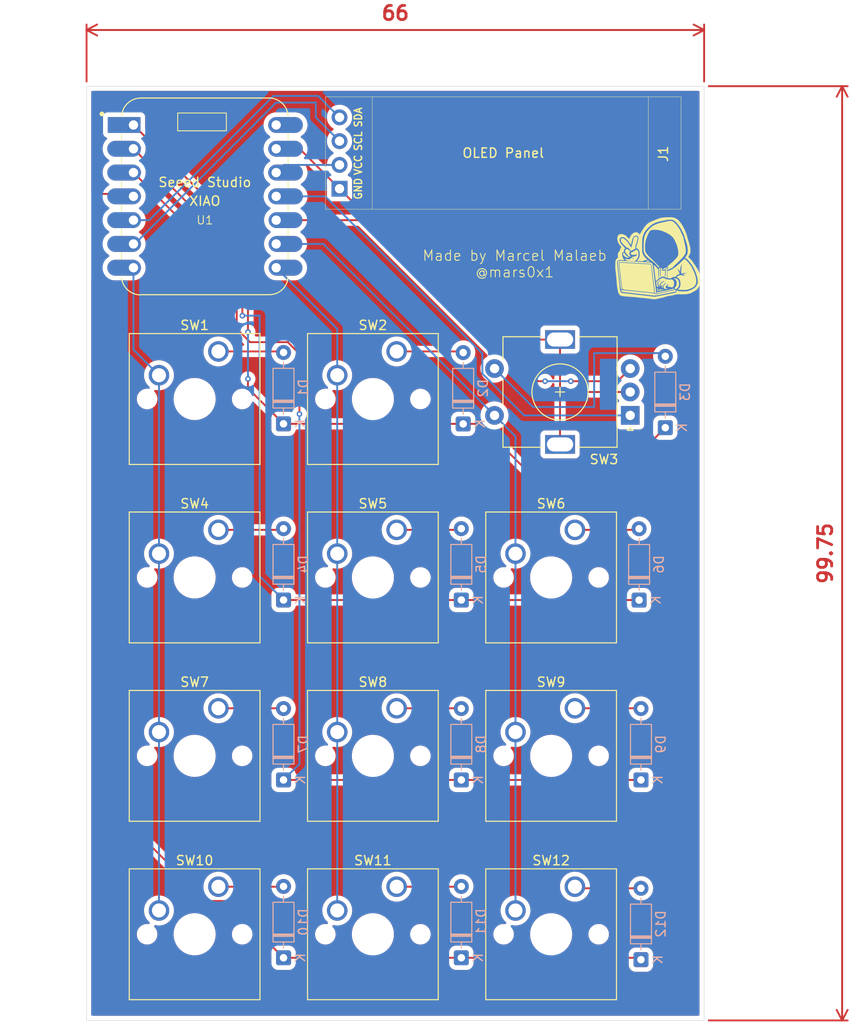
<source format=kicad_pcb>
(kicad_pcb (version 20241229) (generator "pcbnew") (generator_version "9.0")
  (layers (0 "F.Cu" signal) (2 "B.Cu" signal) (13 "F.Paste" user) (15 "B.Paste" user) (5 "F.SilkS" user "F.Silkscreen") (7 "B.SilkS" user "B.Silkscreen") (1 "F.Mask" user) (3 "B.Mask" user) (25 "Edge.Cuts" user))
  (net 0 "")
  (net 1 "Row 2")
  (net 2 "Row 3")
  (net 3 "Row 1")
  (net 4 "Row 0")
  (net 5 "VCC_3.3")
  (net 6 "Column 0")
  (net 7 "Column 1")
  (net 8 "Column 2")
  (net 9 "ENC A")
  (net 10 "ENC B")
  (net 11 "SCL")
  (net 12 "SDA")
  (net 14 "Net-(D1-A)")
  (net 15 "Net-(D2-A)")
  (net 16 "Net-(D3-A)")
  (net 17 "Net-(D4-A)")
  (net 18 "Net-(D5-A)")
  (net 19 "Net-(D6-A)")
  (net 20 "Net-(D7-A)")
  (net 21 "Net-(D8-A)")
  (net 22 "Net-(D9-A)")
  (net 23 "Net-(D10-A)")
  (net 24 "Net-(D11-A)")
  (net 25 "Net-(D12-A)")
  (net 26 "GND")
  (footprint "Button_Switch_Keyboard:SW_Cherry_MX_1.00u_PCB1" (layer "F.Cu") (at 154.94 90.17)
    (property "Reference" "SW9" (at -2.54 -2.794 0) (layer "F.SilkS"))
    (property "Value" "keyswitch")
    (pad "" np_thru_hole circle (at -7.62 5.08) (size 1.7 1.7) (drill 1.7) (layers "*.Cu" "*.Mask"))
    (pad "" np_thru_hole circle (at -2.54 5.08) (size 4 4) (drill 4) (layers "*.Cu" "*.Mask"))
    (pad "" np_thru_hole circle (at 2.54 5.08) (size 1.7 1.7) (drill 1.7) (layers "*.Cu" "*.Mask"))
    (pad "1" thru_hole circle (at -6.35 2.54) (size 2.2 2.2) (drill 1.5) (layers "*.Cu" "*.Mask") (net 8 "Column 2"))
    (pad "2" thru_hole circle (at 0 0) (size 2.2 2.2) (drill 1.5) (layers "*.Cu" "*.Mask") (net 22 "Net-(D9-A)"))
  )
  (footprint "Button_Switch_Keyboard:SW_Cherry_MX_1.00u_PCB1" (layer "F.Cu") (at 116.84 52.07)
    (property "Reference" "SW1" (at -2.54 -2.794 0) (layer "F.SilkS"))
    (property "Value" "keyswitch")
    (pad "" np_thru_hole circle (at -7.62 5.08) (size 1.7 1.7) (drill 1.7) (layers "*.Cu" "*.Mask"))
    (pad "" np_thru_hole circle (at -2.54 5.08) (size 4 4) (drill 4) (layers "*.Cu" "*.Mask"))
    (pad "" np_thru_hole circle (at 2.54 5.08) (size 1.7 1.7) (drill 1.7) (layers "*.Cu" "*.Mask"))
    (pad "1" thru_hole circle (at -6.35 2.54) (size 2.2 2.2) (drill 1.5) (layers "*.Cu" "*.Mask") (net 6 "Column 0"))
    (pad "2" thru_hole circle (at 0 0) (size 2.2 2.2) (drill 1.5) (layers "*.Cu" "*.Mask") (net 14 "Net-(D1-A)"))
  )
  (footprint "Button_Switch_Keyboard:SW_Cherry_MX_1.00u_PCB1" (layer "F.Cu") (at 116.84 71.12)
    (property "Reference" "SW4" (at -2.54 -2.794 0) (layer "F.SilkS"))
    (property "Value" "keyswitch")
    (pad "" np_thru_hole circle (at -7.62 5.08) (size 1.7 1.7) (drill 1.7) (layers "*.Cu" "*.Mask"))
    (pad "" np_thru_hole circle (at -2.54 5.08) (size 4 4) (drill 4) (layers "*.Cu" "*.Mask"))
    (pad "" np_thru_hole circle (at 2.54 5.08) (size 1.7 1.7) (drill 1.7) (layers "*.Cu" "*.Mask"))
    (pad "1" thru_hole circle (at -6.35 2.54) (size 2.2 2.2) (drill 1.5) (layers "*.Cu" "*.Mask") (net 6 "Column 0"))
    (pad "2" thru_hole circle (at 0 0) (size 2.2 2.2) (drill 1.5) (layers "*.Cu" "*.Mask") (net 17 "Net-(D4-A)"))
  )
  (footprint "Button_Switch_Keyboard:SW_Cherry_MX_1.00u_PCB1" (layer "F.Cu") (at 135.89 90.17)
    (property "Reference" "SW8" (at -2.54 -2.794 0) (layer "F.SilkS"))
    (property "Value" "keyswitch")
    (pad "" np_thru_hole circle (at -7.62 5.08) (size 1.7 1.7) (drill 1.7) (layers "*.Cu" "*.Mask"))
    (pad "" np_thru_hole circle (at -2.54 5.08) (size 4 4) (drill 4) (layers "*.Cu" "*.Mask"))
    (pad "" np_thru_hole circle (at 2.54 5.08) (size 1.7 1.7) (drill 1.7) (layers "*.Cu" "*.Mask"))
    (pad "1" thru_hole circle (at -6.35 2.54) (size 2.2 2.2) (drill 1.5) (layers "*.Cu" "*.Mask") (net 7 "Column 1"))
    (pad "2" thru_hole circle (at 0 0) (size 2.2 2.2) (drill 1.5) (layers "*.Cu" "*.Mask") (net 21 "Net-(D8-A)"))
  )
  (footprint "Button_Switch_Keyboard:SW_Cherry_MX_1.00u_PCB1" (layer "F.Cu") (at 116.84 109.22)
    (property "Reference" "SW10" (at -2.54 -2.794 0) (layer "F.SilkS"))
    (property "Value" "keyswitch")
    (pad "" np_thru_hole circle (at -7.62 5.08) (size 1.7 1.7) (drill 1.7) (layers "*.Cu" "*.Mask"))
    (pad "" np_thru_hole circle (at -2.54 5.08) (size 4 4) (drill 4) (layers "*.Cu" "*.Mask"))
    (pad "" np_thru_hole circle (at 2.54 5.08) (size 1.7 1.7) (drill 1.7) (layers "*.Cu" "*.Mask"))
    (pad "1" thru_hole circle (at -6.35 2.54) (size 2.2 2.2) (drill 1.5) (layers "*.Cu" "*.Mask") (net 6 "Column 0"))
    (pad "2" thru_hole circle (at 0 0) (size 2.2 2.2) (drill 1.5) (layers "*.Cu" "*.Mask") (net 23 "Net-(D10-A)"))
  )
  (footprint "footprints:XIAO-Generic-Hybrid-14P-2.54-21X17.8MM" (layer "F.Cu") (at 115.3895 35.512015)
    (property "Reference" "U1" (at 0 2.54 0) (layer "F.SilkS") (effects (font (size 0.889 0.889) (thickness 0.1016))))
    (property "Value" "MOUDLE-SEEEDUINO-XIAO" (hide yes))
    (fp_text user "Seeed Studio" (at 0 -1.5 0) (layer "F.SilkS"))
    (fp_text user "XIAO" (at 0 0.5 0) (layer "F.SilkS"))
    (pad "1" thru_hole rect (at -7.625 -7.62) (size 3.5 1.7) (drill 1 (offset -1 0)) (layers "*.Cu" "*.Mask") (net 4 "Row 0"))
    (pad "2" thru_hole oval (at -7.625 -5.08) (size 3.6 1.7) (drill 1 (offset -1 0)) (layers "*.Cu" "*.Mask") (net 3 "Row 1"))
    (pad "3" thru_hole oval (at -7.625 -2.54) (size 3.6 1.7) (drill 1 (offset -1 0)) (layers "*.Cu" "*.Mask") (net 1 "Row 2"))
    (pad "4" thru_hole oval (at -7.625 0) (size 3.6 1.7) (drill 1 (offset -1 0)) (layers "*.Cu" "*.Mask") (net 2 "Row 3"))
    (pad "5" thru_hole oval (at -7.625 2.54) (size 3.6 1.7) (drill 1 (offset -1 0)) (layers "*.Cu" "*.Mask") (net 12 "SDA"))
    (pad "6" thru_hole oval (at -7.625 5.08 180) (size 3.6 1.7) (drill 1 (offset 1 0)) (layers "*.Cu" "*.Mask") (net 11 "SCL"))
    (pad "7" thru_hole oval (at -7.625 7.62) (size 3.6 1.7) (drill 1 (offset -1 0)) (layers "*.Cu" "*.Mask") (net 6 "Column 0"))
    (pad "8" thru_hole oval (at 7.625 7.62) (size 3.6 1.7) (drill 1 (offset 1 0)) (layers "*.Cu" "*.Mask") (net 7 "Column 1"))
    (pad "9" thru_hole oval (at 7.625 5.08) (size 3.6 1.7) (drill 1 (offset 1 0)) (layers "*.Cu" "*.Mask") (net 8 "Column 2"))
    (pad "10" thru_hole oval (at 7.625 2.54) (size 3.6 1.7) (drill 1 (offset 1 0)) (layers "*.Cu" "*.Mask") (net 10 "ENC B"))
    (pad "11" thru_hole oval (at 7.625 0) (size 3.7 1.7) (drill 1 (offset 1 0)) (layers "*.Cu" "*.Mask") (net 9 "ENC A"))
    (pad "12" thru_hole oval (at 7.625 -2.54) (size 3.7 1.7) (drill 1 (offset 1 0)) (layers "*.Cu" "*.Mask") (net 5 "VCC_3.3"))
    (pad "13" thru_hole oval (at 7.625 -5.08) (size 3.7 1.7) (drill 1 (offset 1 0)) (layers "*.Cu" "*.Mask") (net 26 "GND"))
    (pad "14" thru_hole oval (at 7.625 -7.62) (size 3.7 1.7) (drill 1 (offset 1 0)) (layers "*.Cu" "*.Mask"))
  )
  (footprint "Rotary_Encoder:RotaryEncoder_Alps_EC11E-Switch_Vertical_H20mm" (layer "F.Cu") (at 160.85 58.9 180)
    (property "Reference" "SW3" (at 2.8 -4.7 0) (layer "F.SilkS"))
    (property "Value" "RotaryEncoder_Switch")
    (pad "A" thru_hole rect (at 0 0 180) (size 2 2) (drill 1) (layers "*.Cu" "*.Mask") (net 9 "ENC A"))
    (pad "B" thru_hole circle (at 0 5 180) (size 2 2) (drill 1) (layers "*.Cu" "*.Mask") (net 10 "ENC B"))
    (pad "C" thru_hole circle (at 0 2.5 180) (size 2 2) (drill 1) (layers "*.Cu" "*.Mask") (net 26 "GND"))
    (pad "MP" thru_hole rect (at 7.5 -3.1 180) (size 3.2 2) (drill oval 2.8 1.5) (layers "*.Cu" "*.Mask") (net 26 "GND"))
    (pad "MP" thru_hole rect (at 7.5 8.1 180) (size 3.2 2) (drill oval 2.8 1.5) (layers "*.Cu" "*.Mask") (net 26 "GND"))
    (pad "S1" thru_hole circle (at 14.5 5 180) (size 2 2) (drill 1) (layers "*.Cu" "*.Mask") (net 16 "Net-(D3-A)"))
    (pad "S2" thru_hole circle (at 14.5 0 180) (size 2 2) (drill 1) (layers "*.Cu" "*.Mask") (net 8 "Column 2"))
  )
  (footprint "Button_Switch_Keyboard:SW_Cherry_MX_1.00u_PCB1" (layer "F.Cu") (at 135.89 109.22)
    (property "Reference" "SW11" (at -2.54 -2.794 0) (layer "F.SilkS"))
    (property "Value" "keyswitch")
    (pad "" np_thru_hole circle (at -7.62 5.08) (size 1.7 1.7) (drill 1.7) (layers "*.Cu" "*.Mask"))
    (pad "" np_thru_hole circle (at -2.54 5.08) (size 4 4) (drill 4) (layers "*.Cu" "*.Mask"))
    (pad "" np_thru_hole circle (at 2.54 5.08) (size 1.7 1.7) (drill 1.7) (layers "*.Cu" "*.Mask"))
    (pad "1" thru_hole circle (at -6.35 2.54) (size 2.2 2.2) (drill 1.5) (layers "*.Cu" "*.Mask") (net 7 "Column 1"))
    (pad "2" thru_hole circle (at 0 0) (size 2.2 2.2) (drill 1.5) (layers "*.Cu" "*.Mask") (net 24 "Net-(D11-A)"))
  )
  (footprint "Button_Switch_Keyboard:SW_Cherry_MX_1.00u_PCB1" (layer "F.Cu") (at 154.94 109.22)
    (property "Reference" "SW12" (at -2.54 -2.794 0) (layer "F.SilkS"))
    (property "Value" "keyswitch")
    (pad "" np_thru_hole circle (at -7.62 5.08) (size 1.7 1.7) (drill 1.7) (layers "*.Cu" "*.Mask"))
    (pad "" np_thru_hole circle (at -2.54 5.08) (size 4 4) (drill 4) (layers "*.Cu" "*.Mask"))
    (pad "" np_thru_hole circle (at 2.54 5.08) (size 1.7 1.7) (drill 1.7) (layers "*.Cu" "*.Mask"))
    (pad "1" thru_hole circle (at -6.35 2.54) (size 2.2 2.2) (drill 1.5) (layers "*.Cu" "*.Mask") (net 8 "Column 2"))
    (pad "2" thru_hole circle (at 0 0) (size 2.2 2.2) (drill 1.5) (layers "*.Cu" "*.Mask") (net 25 "Net-(D12-A)"))
  )
  (footprint "Button_Switch_Keyboard:SW_Cherry_MX_1.00u_PCB1" (layer "F.Cu") (at 154.94 71.12)
    (property "Reference" "SW6" (at -2.54 -2.794 0) (layer "F.SilkS"))
    (property "Value" "keyswitch")
    (pad "" np_thru_hole circle (at -7.62 5.08) (size 1.7 1.7) (drill 1.7) (layers "*.Cu" "*.Mask"))
    (pad "" np_thru_hole circle (at -2.54 5.08) (size 4 4) (drill 4) (layers "*.Cu" "*.Mask"))
    (pad "" np_thru_hole circle (at 2.54 5.08) (size 1.7 1.7) (drill 1.7) (layers "*.Cu" "*.Mask"))
    (pad "1" thru_hole circle (at -6.35 2.54) (size 2.2 2.2) (drill 1.5) (layers "*.Cu" "*.Mask") (net 8 "Column 2"))
    (pad "2" thru_hole circle (at 0 0) (size 2.2 2.2) (drill 1.5) (layers "*.Cu" "*.Mask") (net 19 "Net-(D6-A)"))
  )
  (footprint "OLED_0.91:SSD1306-0.91-OLED-4pin-128x32" (layer "F.Cu") (at 166.285 36.885 180)
    (property "Reference" "J1" (at 1.9 5.91 90) (layer "F.SilkS"))
    (property "Value" "OLED")
    (fp_text user "SCL" (at 34.5 7.27 90) (layer "F.SilkS") (effects (font (size 0.8 0.75))))
    (fp_text user "GND" (at 34.5 2.19 90) (layer "F.SilkS") (effects (font (size 0.8 0.75))))
    (fp_text user "VCC" (at 34.5 4.73 90) (layer "F.SilkS") (effects (font (size 0.8 0.75))))
    (fp_text user "OLED Panel" (at 19 6 0) (layer "F.SilkS"))
    (fp_text user "SDA" (at 34.5 9.81 90) (layer "F.SilkS") (effects (font (size 0.8 0.75))))
    (pad "1" thru_hole rect (at 36.5 2.19 180) (size 1.7 1.7) (drill 1) (layers "*.Cu" "*.Mask") (net 26 "GND"))
    (pad "2" thru_hole oval (at 36.5 4.73 180) (size 1.7 1.7) (drill 1) (layers "*.Cu" "*.Mask") (net 5 "VCC_3.3"))
    (pad "3" thru_hole oval (at 36.5 7.27 180) (size 1.7 1.7) (drill 1) (layers "*.Cu" "*.Mask") (net 11 "SCL"))
    (pad "4" thru_hole oval (at 36.5 9.81 180) (size 1.7 1.7) (drill 1) (layers "*.Cu" "*.Mask") (net 12 "SDA"))
  )
  (footprint "Button_Switch_Keyboard:SW_Cherry_MX_1.00u_PCB1" (layer "F.Cu") (at 116.84 90.17)
    (property "Reference" "SW7" (at -2.54 -2.794 0) (layer "F.SilkS"))
    (property "Value" "keyswitch")
    (pad "" np_thru_hole circle (at -7.62 5.08) (size 1.7 1.7) (drill 1.7) (layers "*.Cu" "*.Mask"))
    (pad "" np_thru_hole circle (at -2.54 5.08) (size 4 4) (drill 4) (layers "*.Cu" "*.Mask"))
    (pad "" np_thru_hole circle (at 2.54 5.08) (size 1.7 1.7) (drill 1.7) (layers "*.Cu" "*.Mask"))
    (pad "1" thru_hole circle (at -6.35 2.54) (size 2.2 2.2) (drill 1.5) (layers "*.Cu" "*.Mask") (net 6 "Column 0"))
    (pad "2" thru_hole circle (at 0 0) (size 2.2 2.2) (drill 1.5) (layers "*.Cu" "*.Mask") (net 20 "Net-(D7-A)"))
  )
  (footprint "LOGO" (layer "F.Cu") (at 163.75 42.25)
    (property "Reference" "G***" (hide yes))
    (property "Value" "LOGO" (hide yes))
  )
  (footprint "Button_Switch_Keyboard:SW_Cherry_MX_1.00u_PCB1" (layer "F.Cu") (at 135.89 71.12)
    (property "Reference" "SW5" (at -2.54 -2.794 0) (layer "F.SilkS"))
    (property "Value" "keyswitch")
    (pad "" np_thru_hole circle (at -7.62 5.08) (size 1.7 1.7) (drill 1.7) (layers "*.Cu" "*.Mask"))
    (pad "" np_thru_hole circle (at -2.54 5.08) (size 4 4) (drill 4) (layers "*.Cu" "*.Mask"))
    (pad "" np_thru_hole circle (at 2.54 5.08) (size 1.7 1.7) (drill 1.7) (layers "*.Cu" "*.Mask"))
    (pad "1" thru_hole circle (at -6.35 2.54) (size 2.2 2.2) (drill 1.5) (layers "*.Cu" "*.Mask") (net 7 "Column 1"))
    (pad "2" thru_hole circle (at 0 0) (size 2.2 2.2) (drill 1.5) (layers "*.Cu" "*.Mask") (net 18 "Net-(D5-A)"))
  )
  (footprint "Button_Switch_Keyboard:SW_Cherry_MX_1.00u_PCB1" (layer "F.Cu") (at 135.89 52.07)
    (property "Reference" "SW2" (at -2.54 -2.794 0) (layer "F.SilkS"))
    (property "Value" "keyswitch")
    (pad "" np_thru_hole circle (at -7.62 5.08) (size 1.7 1.7) (drill 1.7) (layers "*.Cu" "*.Mask"))
    (pad "" np_thru_hole circle (at -2.54 5.08) (size 4 4) (drill 4) (layers "*.Cu" "*.Mask"))
    (pad "" np_thru_hole circle (at 2.54 5.08) (size 1.7 1.7) (drill 1.7) (layers "*.Cu" "*.Mask"))
    (pad "1" thru_hole circle (at -6.35 2.54) (size 2.2 2.2) (drill 1.5) (layers "*.Cu" "*.Mask") (net 7 "Column 1"))
    (pad "2" thru_hole circle (at 0 0) (size 2.2 2.2) (drill 1.5) (layers "*.Cu" "*.Mask") (net 15 "Net-(D2-A)"))
  )
  (footprint "Diode_THT:D_DO-35_SOD27_P7.62mm_Horizontal" (layer "B.Cu") (at 123.8 59.8 90)
    (property "Reference" "D1" (at 3.81 2.12 90) (layer "B.SilkS") (effects (justify mirror)))
    (property "Value" "1N4148")
    (fp_text user "K" (at 0 1.8 90) (layer "B.SilkS") (effects (justify mirror)))
    (pad "1" thru_hole roundrect (at 0 0 90) (size 1.6 1.6) (drill 0.8) (layers "*.Cu" "*.Mask") (roundrect_rratio 0.15625) (net 4 "Row 0"))
    (pad "2" thru_hole circle (at 7.62 0 90) (size 1.6 1.6) (drill 0.8) (layers "*.Cu" "*.Mask") (net 14 "Net-(D1-A)"))
  )
  (footprint "Diode_THT:D_DO-35_SOD27_P7.62mm_Horizontal" (layer "B.Cu") (at 164.6 60.21 90)
    (property "Reference" "D3" (at 3.81 2.12 90) (layer "B.SilkS") (effects (justify mirror)))
    (property "Value" "1N4148")
    (fp_text user "K" (at 0 1.8 90) (layer "B.SilkS") (effects (justify mirror)))
    (pad "1" thru_hole roundrect (at 0 0 90) (size 1.6 1.6) (drill 0.8) (layers "*.Cu" "*.Mask") (roundrect_rratio 0.15625) (net 4 "Row 0"))
    (pad "2" thru_hole circle (at 7.62 0 90) (size 1.6 1.6) (drill 0.8) (layers "*.Cu" "*.Mask") (net 16 "Net-(D3-A)"))
  )
  (footprint "Diode_THT:D_DO-35_SOD27_P7.62mm_Horizontal" (layer "B.Cu") (at 123.8 78.61 90)
    (property "Reference" "D4" (at 3.81 2.12 90) (layer "B.SilkS") (effects (justify mirror)))
    (property "Value" "1N4148")
    (fp_text user "K" (at 0 1.8 90) (layer "B.SilkS") (effects (justify mirror)))
    (pad "1" thru_hole roundrect (at 0 0 90) (size 1.6 1.6) (drill 0.8) (layers "*.Cu" "*.Mask") (roundrect_rratio 0.15625) (net 3 "Row 1"))
    (pad "2" thru_hole circle (at 7.62 0 90) (size 1.6 1.6) (drill 0.8) (layers "*.Cu" "*.Mask") (net 17 "Net-(D4-A)"))
  )
  (footprint "Diode_THT:D_DO-35_SOD27_P7.62mm_Horizontal" (layer "B.Cu") (at 142.8 78.61 90)
    (property "Reference" "D5" (at 3.81 2.12 90) (layer "B.SilkS") (effects (justify mirror)))
    (property "Value" "1N4148")
    (fp_text user "K" (at 0 1.8 90) (layer "B.SilkS") (effects (justify mirror)))
    (pad "1" thru_hole roundrect (at 0 0 90) (size 1.6 1.6) (drill 0.8) (layers "*.Cu" "*.Mask") (roundrect_rratio 0.15625) (net 3 "Row 1"))
    (pad "2" thru_hole circle (at 7.62 0 90) (size 1.6 1.6) (drill 0.8) (layers "*.Cu" "*.Mask") (net 18 "Net-(D5-A)"))
  )
  (footprint "Diode_THT:D_DO-35_SOD27_P7.62mm_Horizontal" (layer "B.Cu") (at 161.8 78.62 90)
    (property "Reference" "D6" (at 3.81 2.12 90) (layer "B.SilkS") (effects (justify mirror)))
    (property "Value" "1N4148")
    (fp_text user "K" (at 0 1.8 90) (layer "B.SilkS") (effects (justify mirror)))
    (pad "1" thru_hole roundrect (at 0 0 90) (size 1.6 1.6) (drill 0.8) (layers "*.Cu" "*.Mask") (roundrect_rratio 0.15625) (net 3 "Row 1"))
    (pad "2" thru_hole circle (at 7.62 0 90) (size 1.6 1.6) (drill 0.8) (layers "*.Cu" "*.Mask") (net 19 "Net-(D6-A)"))
  )
  (footprint "Diode_THT:D_DO-35_SOD27_P7.62mm_Horizontal" (layer "B.Cu") (at 123.8 116.81 90)
    (property "Reference" "D10" (at 3.81 2.12 90) (layer "B.SilkS") (effects (justify mirror)))
    (property "Value" "1N4148")
    (fp_text user "K" (at 0 1.8 90) (layer "B.SilkS") (effects (justify mirror)))
    (pad "1" thru_hole roundrect (at 0 0 90) (size 1.6 1.6) (drill 0.8) (layers "*.Cu" "*.Mask") (roundrect_rratio 0.15625) (net 2 "Row 3"))
    (pad "2" thru_hole circle (at 7.62 0 90) (size 1.6 1.6) (drill 0.8) (layers "*.Cu" "*.Mask") (net 23 "Net-(D10-A)"))
  )
  (footprint "Diode_THT:D_DO-35_SOD27_P7.62mm_Horizontal" (layer "B.Cu") (at 162 97.82 90)
    (property "Reference" "D9" (at 3.81 2.12 90) (layer "B.SilkS") (effects (justify mirror)))
    (property "Value" "1N4148")
    (fp_text user "K" (at 0 1.8 90) (layer "B.SilkS") (effects (justify mirror)))
    (pad "1" thru_hole roundrect (at 0 0 90) (size 1.6 1.6) (drill 0.8) (layers "*.Cu" "*.Mask") (roundrect_rratio 0.15625) (net 1 "Row 2"))
    (pad "2" thru_hole circle (at 7.62 0 90) (size 1.6 1.6) (drill 0.8) (layers "*.Cu" "*.Mask") (net 22 "Net-(D9-A)"))
  )
  (footprint "Diode_THT:D_DO-35_SOD27_P7.62mm_Horizontal" (layer "B.Cu") (at 162 117.01 90)
    (property "Reference" "D12" (at 3.81 2.12 90) (layer "B.SilkS") (effects (justify mirror)))
    (property "Value" "1N4148")
    (fp_text user "K" (at 0 1.8 90) (layer "B.SilkS") (effects (justify mirror)))
    (pad "1" thru_hole roundrect (at 0 0 90) (size 1.6 1.6) (drill 0.8) (layers "*.Cu" "*.Mask") (roundrect_rratio 0.15625) (net 2 "Row 3"))
    (pad "2" thru_hole circle (at 7.62 0 90) (size 1.6 1.6) (drill 0.8) (layers "*.Cu" "*.Mask") (net 25 "Net-(D12-A)"))
  )
  (footprint "Diode_THT:D_DO-35_SOD27_P7.62mm_Horizontal" (layer "B.Cu") (at 143 59.81 90)
    (property "Reference" "D2" (at 3.81 2.12 90) (layer "B.SilkS") (effects (justify mirror)))
    (property "Value" "1N4148")
    (fp_text user "K" (at 0 1.8 90) (layer "B.SilkS") (effects (justify mirror)))
    (pad "1" thru_hole roundrect (at 0 0 90) (size 1.6 1.6) (drill 0.8) (layers "*.Cu" "*.Mask") (roundrect_rratio 0.15625) (net 4 "Row 0"))
    (pad "2" thru_hole circle (at 7.62 0 90) (size 1.6 1.6) (drill 0.8) (layers "*.Cu" "*.Mask") (net 15 "Net-(D2-A)"))
  )
  (footprint "Diode_THT:D_DO-35_SOD27_P7.62mm_Horizontal" (layer "B.Cu") (at 142.8 116.81 90)
    (property "Reference" "D11" (at 3.81 2.12 90) (layer "B.SilkS") (effects (justify mirror)))
    (property "Value" "1N4148")
    (fp_text user "K" (at 0 1.8 90) (layer "B.SilkS") (effects (justify mirror)))
    (pad "1" thru_hole roundrect (at 0 0 90) (size 1.6 1.6) (drill 0.8) (layers "*.Cu" "*.Mask") (roundrect_rratio 0.15625) (net 2 "Row 3"))
    (pad "2" thru_hole circle (at 7.62 0 90) (size 1.6 1.6) (drill 0.8) (layers "*.Cu" "*.Mask") (net 24 "Net-(D11-A)"))
  )
  (footprint "Diode_THT:D_DO-35_SOD27_P7.62mm_Horizontal" (layer "B.Cu") (at 142.8 97.82 90)
    (property "Reference" "D8" (at 3.81 2.12 90) (layer "B.SilkS") (effects (justify mirror)))
    (property "Value" "1N4148")
    (fp_text user "K" (at 0 1.8 90) (layer "B.SilkS") (effects (justify mirror)))
    (pad "1" thru_hole roundrect (at 0 0 90) (size 1.6 1.6) (drill 0.8) (layers "*.Cu" "*.Mask") (roundrect_rratio 0.15625) (net 1 "Row 2"))
    (pad "2" thru_hole circle (at 7.62 0 90) (size 1.6 1.6) (drill 0.8) (layers "*.Cu" "*.Mask") (net 21 "Net-(D8-A)"))
  )
  (footprint "Diode_THT:D_DO-35_SOD27_P7.62mm_Horizontal" (layer "B.Cu") (at 123.8 97.82 90)
    (property "Reference" "D7" (at 3.81 2.12 90) (layer "B.SilkS") (effects (justify mirror)))
    (property "Value" "1N4148")
    (fp_text user "K" (at 0 1.8 90) (layer "B.SilkS") (effects (justify mirror)))
    (pad "1" thru_hole roundrect (at 0 0 90) (size 1.6 1.6) (drill 0.8) (layers "*.Cu" "*.Mask") (roundrect_rratio 0.15625) (net 1 "Row 2"))
    (pad "2" thru_hole circle (at 7.62 0 90) (size 1.6 1.6) (drill 0.8) (layers "*.Cu" "*.Mask") (net 20 "Net-(D7-A)"))
  )
  (gr_rect (start 102.75 23.75) (end 168.75 123.5) (stroke (width 0.05)) (fill no) (layer "Edge.Cuts"))
  (gr_text "Made by Marcel Malaeb\n@mars0x1\n" (at 148.5 44.25 0) (layer "F.SilkS") (effects (font (size 1.1 1.1) (thickness 0.1)) (justify bottom)))
  (dimension (type orthogonal) (layer "F.Cu") (pts (xy 168.75 23.75) (xy 102.75 23.75)) (height -6) (orientation 0) (format (prefix "") (suffix "") (units 3) (units_format 0) (precision 4) (suppress_zeroes yes)) (style (thickness 0.2) (arrow_length 1.27) (text_position_mode 0) (arrow_direction outward) (extension_height 0.58642) (extension_offset 0.5) (keep_text_aligned yes)) (gr_text "66" (at 135.75 15.95 0) (layer "F.Cu") (effects (font (size 1.5 1.5) (thickness 0.3)))))
  (dimension (type orthogonal) (layer "F.Cu") (pts (xy 168.75 23.75) (xy 168.75 123.5)) (height 14.75) (orientation 1) (format (prefix "") (suffix "") (units 3) (units_format 0) (precision 4) (suppress_zeroes yes)) (style (thickness 0.2) (arrow_length 1.27) (text_position_mode 0) (arrow_direction outward) (extension_height 0.58642) (extension_offset 0.5) (keep_text_aligned yes)) (gr_text "99.75" (at 181.7 73.625 90) (layer "F.Cu") (effects (font (size 1.5 1.5) (thickness 0.3)))))
  (segment (start 118.799 49.648943) (end 120.229057 51.079) (width 0.2) (layer "F.Cu") (net 1))
  (segment (start 124.25605 51.079) (end 125.5 52.32295) (width 0.2) (layer "F.Cu") (net 1))
  (segment (start 120.229057 51.079) (end 124.25605 51.079) (width 0.2) (layer "F.Cu") (net 1))
  (segment (start 125.5 52.32295) (end 125.5 58.75) (width 0.2) (layer "F.Cu") (net 1))
  (segment (start 107.7645 32.972015) (end 118.799 44.006515) (width 0.2) (layer "F.Cu") (net 1))
  (segment (start 118.799 44.006515) (end 118.799 49.648943) (width 0.2) (layer "F.Cu") (net 1))
  (segment (start 123.8 97.82) (end 162 97.82) (width 0.2) (layer "F.Cu") (net 1))
  (via (at 125.5 58.75) (size 0.6) (drill 0.3) (layers "F.Cu" "B.Cu") (net 1))
  (segment (start 125.5 96.12) (end 123.8 97.82) (width 0.2) (layer "B.Cu") (net 1))
  (segment (start 125.5 58.75) (end 125.5 96.12) (width 0.2) (layer "B.Cu") (net 1))
  (segment (start 104 35.25) (end 107.502485 35.25) (width 0.2) (layer "F.Cu") (net 2))
  (segment (start 123.8 116.81) (end 117.74 110.75) (width 0.2) (layer "F.Cu") (net 2))
  (segment (start 106.5 101.75) (end 106.5 46.5) (width 0.2) (layer "F.Cu") (net 2))
  (segment (start 117.74 110.75) (end 115.5 110.75) (width 0.2) (layer "F.Cu") (net 2))
  (segment (start 107.502485 35.25) (end 107.7645 35.512015) (width 0.2) (layer "F.Cu") (net 2))
  (segment (start 161.8 116.81) (end 162 117.01) (width 0.2) (layer "F.Cu") (net 2))
  (segment (start 104 44) (end 104 35.25) (width 0.2) (layer "F.Cu") (net 2))
  (segment (start 123.8 116.81) (end 161.8 116.81) (width 0.2) (layer "F.Cu") (net 2))
  (segment (start 115.5 110.75) (end 106.5 101.75) (width 0.2) (layer "F.Cu") (net 2))
  (segment (start 106.5 46.5) (end 104 44) (width 0.2) (layer "F.Cu") (net 2))
  (segment (start 123.8 78.61) (end 161.79 78.61) (width 0.2) (layer "F.Cu") (net 3))
  (segment (start 161.79 78.61) (end 161.8 78.62) (width 0.2) (layer "F.Cu") (net 3))
  (segment (start 107.7645 30.432015) (end 119.4 42.067515) (width 0.2) (layer "F.Cu") (net 3))
  (segment (start 119.4 42.067515) (end 119.4 48.25) (width 0.2) (layer "F.Cu") (net 3))
  (via (at 119.4 48.25) (size 0.6) (drill 0.3) (layers "F.Cu" "B.Cu") (net 3))
  (segment (start 121.25 76.06) (end 123.8 78.61) (width 0.2) (layer "B.Cu") (net 3))
  (segment (start 121.25 48.25) (end 121.25 76.06) (width 0.2) (layer "B.Cu") (net 3))
  (segment (start 119.4 48.25) (end 121.25 48.25) (width 0.2) (layer "B.Cu") (net 3))
  (segment (start 120 40.127515) (end 107.7645 27.892015) (width 0.2) (layer "F.Cu") (net 4))
  (segment (start 123.8 59.8) (end 144.8 59.8) (width 0.2) (layer "F.Cu") (net 4))
  (segment (start 159.81 65) (end 164.6 60.21) (width 0.2) (layer "F.Cu") (net 4))
  (segment (start 144.8 59.8) (end 150 65) (width 0.2) (layer "F.Cu") (net 4))
  (segment (start 120 50) (end 120 40.127515) (width 0.2) (layer "F.Cu") (net 4))
  (segment (start 120 56) (end 120 55) (width 0.2) (layer "F.Cu") (net 4))
  (segment (start 150 65) (end 159.81 65) (width 0.2) (layer "F.Cu") (net 4))
  (segment (start 123.8 59.8) (end 120 56) (width 0.2) (layer "F.Cu") (net 4))
  (via (at 120 55) (size 0.6) (drill 0.3) (layers "F.Cu" "B.Cu") (net 4))
  (via (at 120 50) (size 0.6) (drill 0.3) (layers "F.Cu" "B.Cu") (net 4))
  (segment (start 120 55) (end 120 50) (width 0.2) (layer "B.Cu") (net 4))
  (segment (start 129.785 32.155) (end 123.831515 32.155) (width 0.2) (layer "B.Cu") (net 5))
  (segment (start 123.831515 32.155) (end 123.0145 32.972015) (width 0.2) (layer "B.Cu") (net 5))
  (segment (start 110.49 54.61) (end 107.7645 51.8845) (width 0.2) (layer "B.Cu") (net 6))
  (segment (start 110.49 54.61) (end 110.49 111.76) (width 0.2) (layer "B.Cu") (net 6))
  (segment (start 107.7645 51.8845) (end 107.7645 43.132015) (width 0.2) (layer "B.Cu") (net 6))
  (segment (start 129.54 54.61) (end 129.54 111.76) (width 0.2) (layer "B.Cu") (net 7))
  (segment (start 129.54 49.657515) (end 123.0145 43.132015) (width 0.2) (layer "B.Cu") (net 7))
  (segment (start 129.54 54.61) (end 129.54 49.657515) (width 0.2) (layer "B.Cu") (net 7))
  (segment (start 148.59 61.14) (end 146.35 58.9) (width 0.2) (layer "B.Cu") (net 8))
  (segment (start 148.59 73.66) (end 148.59 61.14) (width 0.2) (layer "B.Cu") (net 8))
  (segment (start 148.59 111.76) (end 148.59 73.66) (width 0.2) (layer "B.Cu") (net 8))
  (segment (start 128.042015 40.592015) (end 123.0145 40.592015) (width 0.2) (layer "B.Cu") (net 8))
  (segment (start 146.35 58.9) (end 128.042015 40.592015) (width 0.2) (layer "B.Cu") (net 8))
  (segment (start 145.049 54.438892) (end 149.510108 58.9) (width 0.2) (layer "B.Cu") (net 9))
  (segment (start 145.049 52.299) (end 145.049 54.438892) (width 0.2) (layer "B.Cu") (net 9))
  (segment (start 128.262015 35.512015) (end 145.049 52.299) (width 0.2) (layer "B.Cu") (net 9))
  (segment (start 149.510108 58.9) (end 160.85 58.9) (width 0.2) (layer "B.Cu") (net 9))
  (segment (start 123.0145 35.512015) (end 128.262015 35.512015) (width 0.2) (layer "B.Cu") (net 9))
  (segment (start 159.5 55.25) (end 154.5 55.25) (width 0.2) (layer "F.Cu") (net 10))
  (segment (start 146 52) (end 132.052015 38.052015) (width 0.2) (layer "F.Cu") (net 10))
  (segment (start 160.85 53.9) (end 159.5 55.25) (width 0.2) (layer "F.Cu") (net 10))
  (segment (start 151 55.25) (end 147.75 52) (width 0.2) (layer "F.Cu") (net 10))
  (segment (start 151.75 55.25) (end 151 55.25) (width 0.2) (layer "F.Cu") (net 10))
  (segment (start 147.75 52) (end 146 52) (width 0.2) (layer "F.Cu") (net 10))
  (segment (start 132.052015 38.052015) (end 123.0145 38.052015) (width 0.2) (layer "F.Cu") (net 10))
  (via (at 151.75 55.25) (size 0.6) (drill 0.3) (layers "F.Cu" "B.Cu") (net 10))
  (via (at 154.5 55.25) (size 0.6) (drill 0.3) (layers "F.Cu" "B.Cu") (net 10))
  (segment (start 154.5 55.25) (end 151.75 55.25) (width 0.2) (layer "B.Cu") (net 10))
  (segment (start 127.25 27.08) (end 127.25 25.5) (width 0.2) (layer "B.Cu") (net 11))
  (segment (start 107.907985 40.592015) (end 107.7645 40.592015) (width 0.2) (layer "B.Cu") (net 11))
  (segment (start 123 25.5) (end 107.907985 40.592015) (width 0.2) (layer "B.Cu") (net 11))
  (segment (start 129.785 29.615) (end 127.25 27.08) (width 0.2) (layer "B.Cu") (net 11))
  (segment (start 127.25 25.5) (end 123 25.5) (width 0.2) (layer "B.Cu") (net 11))
  (segment (start 122.71 24.79) (end 109.447985 38.052015) (width 0.2) (layer "B.Cu") (net 12))
  (segment (start 127.5 24.79) (end 122.71 24.79) (width 0.2) (layer "B.Cu") (net 12))
  (segment (start 129.785 27.075) (end 127.5 24.79) (width 0.2) (layer "B.Cu") (net 12))
  (segment (start 109.447985 38.052015) (end 107.7645 38.052015) (width 0.2) (layer "B.Cu") (net 12))
  (segment (start 116.84 52.07) (end 123.69 52.07) (width 0.2) (layer "F.Cu") (net 14))
  (segment (start 123.69 52.07) (end 123.8 52.18) (width 0.2) (layer "F.Cu") (net 14))
  (segment (start 142.88 52.07) (end 143 52.19) (width 0.2) (layer "F.Cu") (net 15))
  (segment (start 135.89 52.07) (end 142.88 52.07) (width 0.2) (layer "F.Cu") (net 15))
  (segment (start 164.26 52.25) (end 157 52.25) (width 0.2) (layer "B.Cu") (net 16))
  (segment (start 157 58) (end 150.45 58) (width 0.2) (layer "B.Cu") (net 16))
  (segment (start 157 52.25) (end 157 58) (width 0.2) (layer "B.Cu") (net 16))
  (segment (start 164.6 52.59) (end 164.26 52.25) (width 0.2) (layer "B.Cu") (net 16))
  (segment (start 150.45 58) (end 146.35 53.9) (width 0.2) (layer "B.Cu") (net 16))
  (segment (start 123.67 71.12) (end 123.8 70.99) (width 0.2) (layer "F.Cu") (net 17))
  (segment (start 116.84 71.12) (end 123.67 71.12) (width 0.2) (layer "F.Cu") (net 17))
  (segment (start 135.89 71.12) (end 142.67 71.12) (width 0.2) (layer "F.Cu") (net 18))
  (segment (start 142.67 71.12) (end 142.8 70.99) (width 0.2) (layer "F.Cu") (net 18))
  (segment (start 154.94 71.12) (end 161.68 71.12) (width 0.2) (layer "F.Cu") (net 19))
  (segment (start 161.68 71.12) (end 161.8 71) (width 0.2) (layer "F.Cu") (net 19))
  (segment (start 116.84 90.17) (end 123.77 90.17) (width 0.2) (layer "F.Cu") (net 20))
  (segment (start 123.77 90.17) (end 123.8 90.2) (width 0.2) (layer "F.Cu") (net 20))
  (segment (start 142.77 90.17) (end 142.8 90.2) (width 0.2) (layer "F.Cu") (net 21))
  (segment (start 135.89 90.17) (end 142.77 90.17) (width 0.2) (layer "F.Cu") (net 21))
  (segment (start 154.94 90.17) (end 161.97 90.17) (width 0.2) (layer "F.Cu") (net 22))
  (segment (start 161.97 90.17) (end 162 90.2) (width 0.2) (layer "F.Cu") (net 22))
  (segment (start 116.84 109.22) (end 123.77 109.22) (width 0.2) (layer "F.Cu") (net 23))
  (segment (start 123.77 109.22) (end 123.8 109.19) (width 0.2) (layer "F.Cu") (net 23))
  (segment (start 135.89 109.22) (end 142.77 109.22) (width 0.2) (layer "F.Cu") (net 24))
  (segment (start 142.77 109.22) (end 142.8 109.19) (width 0.2) (layer "F.Cu") (net 24))
  (segment (start 162 109.39) (end 155.11 109.39) (width 0.2) (layer "F.Cu") (net 25))
  (segment (start 155.11 109.39) (end 154.94 109.22) (width 0.2) (layer "F.Cu") (net 25))
  (segment (start 160.85 56.4) (end 153.45 56.4) (width 0.2) (layer "F.Cu") (net 26))
  (segment (start 145.89 50.8) (end 129.785 34.695) (width 0.2) (layer "F.Cu") (net 26))
  (segment (start 153.35 56.5) (end 153.35 57.25) (width 0.2) (layer "F.Cu") (net 26))
  (segment (start 129.785 34.695) (end 125.522015 30.432015) (width 0.2) (layer "F.Cu") (net 26))
  (segment (start 153.35 50.8) (end 153.35 56.5) (width 0.2) (layer "F.Cu") (net 26))
  (segment (start 153.35 50.8) (end 145.89 50.8) (width 0.2) (layer "F.Cu") (net 26))
  (segment (start 153.35 57.25) (end 153.35 62) (width 0.2) (layer "F.Cu") (net 26))
  (segment (start 125.522015 30.432015) (end 123.0145 30.432015) (width 0.2) (layer "F.Cu") (net 26))
  (segment (start 160.85 56.4) (end 160.25 57) (width 0.2) (layer "F.Cu") (net 26))
  (segment (start 153.45 56.4) (end 153.35 56.5) (width 0.2) (layer "F.Cu") (net 26))
  (zone (net 0) (net_name "") (layers "F.Cu" "B.Cu") (connect_pads (clearance 0.5)) (min_thickness 0.25) (fill yes (thermal_gap 0.5) (thermal_bridge_width 0.5) (island_removal_mode 1) (island_area_min 10))
    (polygon (pts (xy 94 17.75) (xy 168.75 17.75) (xy 168.75 123.5) (xy 93.5 123.5)))
  )
)
</source>
